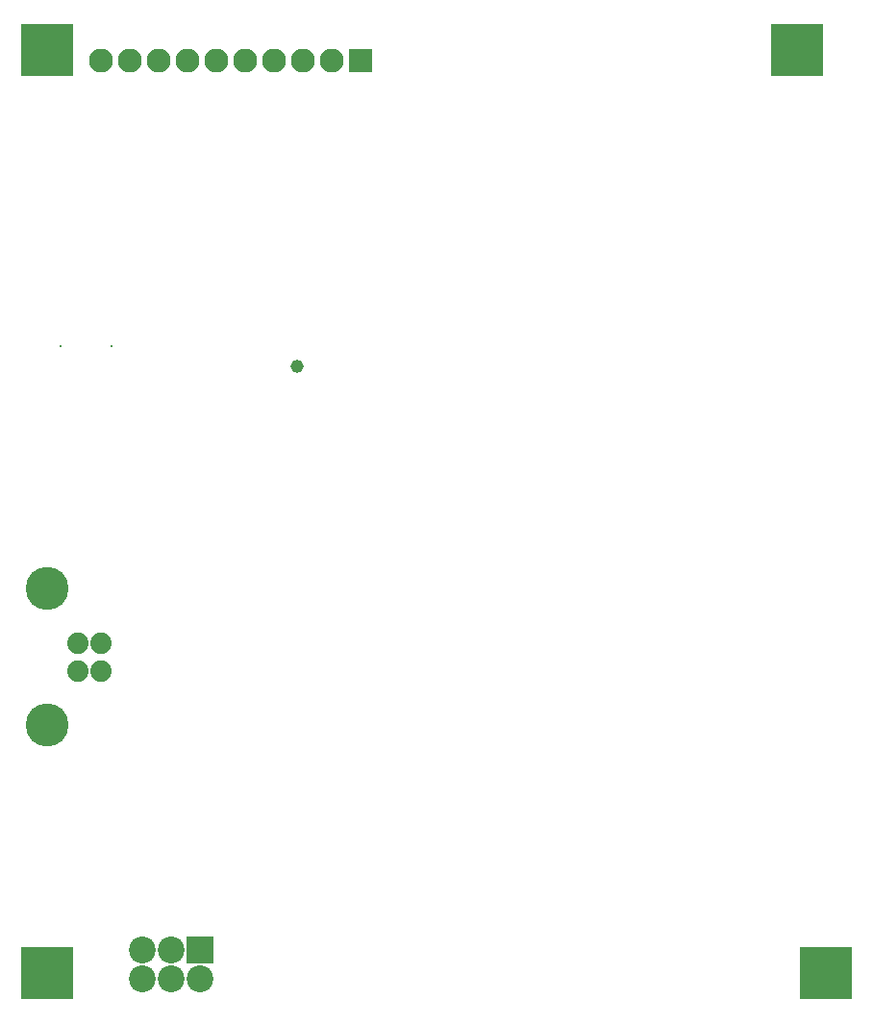
<source format=gbs>
G04 Layer_Color=16711935*
%FSAX24Y24*%
%MOIN*%
G70*
G01*
G75*
%ADD75R,0.0080X0.0080*%
%ADD76C,0.0830*%
%ADD77R,0.0830X0.0830*%
%ADD78C,0.0930*%
%ADD79R,0.0930X0.0930*%
%ADD80R,0.1830X0.1830*%
%ADD81C,0.0742*%
%ADD82C,0.1490*%
%ADD83C,0.0460*%
D75*
X011968Y033228D02*
D03*
X013740D02*
D03*
D76*
X013350Y043150D02*
D03*
X014350D02*
D03*
X015350D02*
D03*
X016350D02*
D03*
X017350D02*
D03*
X018350D02*
D03*
X019350D02*
D03*
X020350D02*
D03*
X021350D02*
D03*
D77*
X022350D02*
D03*
D78*
X014800Y011300D02*
D03*
Y012300D02*
D03*
X015800Y011300D02*
D03*
Y012300D02*
D03*
X016800Y011300D02*
D03*
D79*
Y012300D02*
D03*
D80*
X011500Y043500D02*
D03*
X037500D02*
D03*
X038500Y011500D02*
D03*
X011500D02*
D03*
D81*
X012567Y021969D02*
D03*
Y022953D02*
D03*
X013354D02*
D03*
Y021969D02*
D03*
D82*
X011500Y024831D02*
D03*
Y020091D02*
D03*
D83*
X020150Y032550D02*
D03*
M02*

</source>
